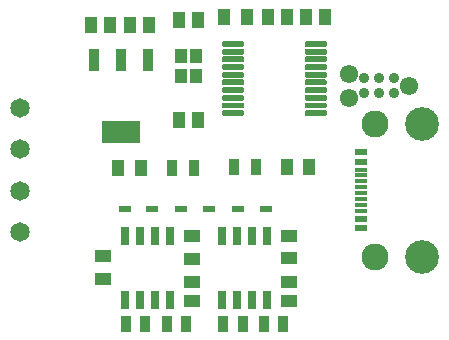
<source format=gbr>
%TF.GenerationSoftware,KiCad,Pcbnew,(5.1.12-1-g0a0a2da680)-1*%
%TF.CreationDate,2022-10-27T20:06:52+02:00*%
%TF.ProjectId,ThermoDeviceLogger,54686572-6d6f-4446-9576-6963654c6f67,rev?*%
%TF.SameCoordinates,Original*%
%TF.FileFunction,Soldermask,Top*%
%TF.FilePolarity,Negative*%
%FSLAX46Y46*%
G04 Gerber Fmt 4.6, Leading zero omitted, Abs format (unit mm)*
G04 Created by KiCad (PCBNEW (5.1.12-1-g0a0a2da680)-1) date 2022-10-27 20:06:52*
%MOMM*%
%LPD*%
G01*
G04 APERTURE LIST*
%ADD10C,2.280000*%
%ADD11C,2.850000*%
%ADD12R,1.100000X0.300000*%
%ADD13R,1.100000X0.600000*%
%ADD14R,1.020000X1.470000*%
%ADD15R,1.470000X1.020000*%
%ADD16R,1.075000X0.500000*%
%ADD17R,0.960000X1.390000*%
%ADD18R,3.200000X1.950000*%
%ADD19R,0.900000X1.950000*%
%ADD20R,0.650000X1.525000*%
%ADD21C,1.550000*%
%ADD22C,0.889000*%
%ADD23C,1.650000*%
%ADD24R,0.900000X1.400000*%
%ADD25R,1.000000X1.450000*%
%ADD26R,1.450000X1.000000*%
%ADD27R,1.000000X1.200000*%
G04 APERTURE END LIST*
D10*
%TO.C,J2*%
X118750000Y-63580000D03*
D11*
X122750000Y-63580000D03*
X122750000Y-74820000D03*
D10*
X118750000Y-74820000D03*
D12*
X117600000Y-70950000D03*
X117600000Y-69950000D03*
X117600000Y-68450000D03*
X117600000Y-67450000D03*
D13*
X117600000Y-66000000D03*
X117600000Y-66800000D03*
D12*
X117600000Y-67950000D03*
X117600000Y-68950000D03*
X117600000Y-69450000D03*
X117600000Y-70450000D03*
D13*
X117600000Y-71600000D03*
X117600000Y-72400000D03*
%TD*%
D14*
%TO.C,C1*%
X98000000Y-55250000D03*
X99600000Y-55250000D03*
%TD*%
%TO.C,C2*%
X96350000Y-55250000D03*
X94750000Y-55250000D03*
%TD*%
%TO.C,C3*%
X109700000Y-54500000D03*
X111300000Y-54500000D03*
%TD*%
%TO.C,C4*%
X114550000Y-54500000D03*
X112950000Y-54500000D03*
%TD*%
%TO.C,C5*%
X102200000Y-54750000D03*
X103800000Y-54750000D03*
%TD*%
%TO.C,C6*%
X103800000Y-63250000D03*
X102200000Y-63250000D03*
%TD*%
D15*
%TO.C,C7*%
X103250000Y-78600000D03*
X103250000Y-77000000D03*
%TD*%
%TO.C,C8*%
X111500000Y-78550000D03*
X111500000Y-76950000D03*
%TD*%
D16*
%TO.C,D1*%
X99912000Y-70750000D03*
X97588000Y-70750000D03*
%TD*%
%TO.C,D2*%
X109500000Y-70750000D03*
X107176000Y-70750000D03*
%TD*%
%TO.C,D3*%
X102382000Y-70750000D03*
X104706000Y-70750000D03*
%TD*%
D17*
%TO.C,FB1*%
X109380000Y-80500000D03*
X111000000Y-80500000D03*
%TD*%
%TO.C,FB2*%
X105940000Y-80500000D03*
X107560000Y-80500000D03*
%TD*%
D18*
%TO.C,IC1*%
X97250000Y-64300000D03*
D19*
X94950000Y-58200000D03*
X97250000Y-58200000D03*
X99550000Y-58200000D03*
%TD*%
D20*
%TO.C,IC2*%
X97595000Y-73038000D03*
X98865000Y-73038000D03*
X100135000Y-73038000D03*
X101405000Y-73038000D03*
X101405000Y-78462000D03*
X100135000Y-78462000D03*
X98865000Y-78462000D03*
X97595000Y-78462000D03*
%TD*%
%TO.C,IC3*%
X105845000Y-73038000D03*
X107115000Y-73038000D03*
X108385000Y-73038000D03*
X109655000Y-73038000D03*
X109655000Y-78462000D03*
X108385000Y-78462000D03*
X107115000Y-78462000D03*
X105845000Y-78462000D03*
%TD*%
D21*
%TO.C,J3*%
X116590000Y-59319000D03*
X116590000Y-61351000D03*
X121670000Y-60335000D03*
D22*
X117860000Y-60970000D03*
X117860000Y-59700000D03*
X119130000Y-60970000D03*
X119130000Y-59700000D03*
X120400000Y-60970000D03*
X120400000Y-59700000D03*
%TD*%
D23*
%TO.C,J1*%
X88750000Y-72750000D03*
X88750000Y-69250000D03*
X88750000Y-65750000D03*
X88750000Y-62250000D03*
%TD*%
D24*
%TO.C,LED1*%
X101550000Y-67290000D03*
X103450000Y-67290000D03*
%TD*%
%TO.C,LED2*%
X108700000Y-67250000D03*
X106800000Y-67250000D03*
%TD*%
D17*
%TO.C,LFB1*%
X101130000Y-80500000D03*
X102750000Y-80500000D03*
%TD*%
%TO.C,LFB2*%
X97690000Y-80500000D03*
X99310000Y-80500000D03*
%TD*%
D25*
%TO.C,R1*%
X106000000Y-54500000D03*
X107900000Y-54500000D03*
%TD*%
%TO.C,R2*%
X97050000Y-67290000D03*
X98950000Y-67290000D03*
%TD*%
%TO.C,R3*%
X111300000Y-67250000D03*
X113200000Y-67250000D03*
%TD*%
D26*
%TO.C,R4*%
X111500000Y-73050000D03*
X111500000Y-74950000D03*
%TD*%
%TO.C,R5*%
X95750000Y-74800000D03*
X95750000Y-76700000D03*
%TD*%
%TO.C,R6*%
X103250000Y-73100000D03*
X103250000Y-75000000D03*
%TD*%
D27*
%TO.C,Y1*%
X103650000Y-57800000D03*
X103650000Y-59500000D03*
X102350000Y-59500000D03*
X102350000Y-57800000D03*
%TD*%
%TO.C,U1*%
G36*
G01*
X112800000Y-56950000D02*
X112800000Y-56700000D01*
G75*
G02*
X112925000Y-56575000I125000J0D01*
G01*
X114575000Y-56575000D01*
G75*
G02*
X114700000Y-56700000I0J-125000D01*
G01*
X114700000Y-56950000D01*
G75*
G02*
X114575000Y-57075000I-125000J0D01*
G01*
X112925000Y-57075000D01*
G75*
G02*
X112800000Y-56950000I0J125000D01*
G01*
G37*
G36*
G01*
X112800000Y-57600000D02*
X112800000Y-57350000D01*
G75*
G02*
X112925000Y-57225000I125000J0D01*
G01*
X114575000Y-57225000D01*
G75*
G02*
X114700000Y-57350000I0J-125000D01*
G01*
X114700000Y-57600000D01*
G75*
G02*
X114575000Y-57725000I-125000J0D01*
G01*
X112925000Y-57725000D01*
G75*
G02*
X112800000Y-57600000I0J125000D01*
G01*
G37*
G36*
G01*
X112800000Y-58250000D02*
X112800000Y-58000000D01*
G75*
G02*
X112925000Y-57875000I125000J0D01*
G01*
X114575000Y-57875000D01*
G75*
G02*
X114700000Y-58000000I0J-125000D01*
G01*
X114700000Y-58250000D01*
G75*
G02*
X114575000Y-58375000I-125000J0D01*
G01*
X112925000Y-58375000D01*
G75*
G02*
X112800000Y-58250000I0J125000D01*
G01*
G37*
G36*
G01*
X112800000Y-58900000D02*
X112800000Y-58650000D01*
G75*
G02*
X112925000Y-58525000I125000J0D01*
G01*
X114575000Y-58525000D01*
G75*
G02*
X114700000Y-58650000I0J-125000D01*
G01*
X114700000Y-58900000D01*
G75*
G02*
X114575000Y-59025000I-125000J0D01*
G01*
X112925000Y-59025000D01*
G75*
G02*
X112800000Y-58900000I0J125000D01*
G01*
G37*
G36*
G01*
X112800000Y-59550000D02*
X112800000Y-59300000D01*
G75*
G02*
X112925000Y-59175000I125000J0D01*
G01*
X114575000Y-59175000D01*
G75*
G02*
X114700000Y-59300000I0J-125000D01*
G01*
X114700000Y-59550000D01*
G75*
G02*
X114575000Y-59675000I-125000J0D01*
G01*
X112925000Y-59675000D01*
G75*
G02*
X112800000Y-59550000I0J125000D01*
G01*
G37*
G36*
G01*
X112800000Y-60200000D02*
X112800000Y-59950000D01*
G75*
G02*
X112925000Y-59825000I125000J0D01*
G01*
X114575000Y-59825000D01*
G75*
G02*
X114700000Y-59950000I0J-125000D01*
G01*
X114700000Y-60200000D01*
G75*
G02*
X114575000Y-60325000I-125000J0D01*
G01*
X112925000Y-60325000D01*
G75*
G02*
X112800000Y-60200000I0J125000D01*
G01*
G37*
G36*
G01*
X112800000Y-60850000D02*
X112800000Y-60600000D01*
G75*
G02*
X112925000Y-60475000I125000J0D01*
G01*
X114575000Y-60475000D01*
G75*
G02*
X114700000Y-60600000I0J-125000D01*
G01*
X114700000Y-60850000D01*
G75*
G02*
X114575000Y-60975000I-125000J0D01*
G01*
X112925000Y-60975000D01*
G75*
G02*
X112800000Y-60850000I0J125000D01*
G01*
G37*
G36*
G01*
X112800000Y-61500000D02*
X112800000Y-61250000D01*
G75*
G02*
X112925000Y-61125000I125000J0D01*
G01*
X114575000Y-61125000D01*
G75*
G02*
X114700000Y-61250000I0J-125000D01*
G01*
X114700000Y-61500000D01*
G75*
G02*
X114575000Y-61625000I-125000J0D01*
G01*
X112925000Y-61625000D01*
G75*
G02*
X112800000Y-61500000I0J125000D01*
G01*
G37*
G36*
G01*
X112800000Y-62150000D02*
X112800000Y-61900000D01*
G75*
G02*
X112925000Y-61775000I125000J0D01*
G01*
X114575000Y-61775000D01*
G75*
G02*
X114700000Y-61900000I0J-125000D01*
G01*
X114700000Y-62150000D01*
G75*
G02*
X114575000Y-62275000I-125000J0D01*
G01*
X112925000Y-62275000D01*
G75*
G02*
X112800000Y-62150000I0J125000D01*
G01*
G37*
G36*
G01*
X112800000Y-62800000D02*
X112800000Y-62550000D01*
G75*
G02*
X112925000Y-62425000I125000J0D01*
G01*
X114575000Y-62425000D01*
G75*
G02*
X114700000Y-62550000I0J-125000D01*
G01*
X114700000Y-62800000D01*
G75*
G02*
X114575000Y-62925000I-125000J0D01*
G01*
X112925000Y-62925000D01*
G75*
G02*
X112800000Y-62800000I0J125000D01*
G01*
G37*
G36*
G01*
X105800000Y-62800000D02*
X105800000Y-62550000D01*
G75*
G02*
X105925000Y-62425000I125000J0D01*
G01*
X107575000Y-62425000D01*
G75*
G02*
X107700000Y-62550000I0J-125000D01*
G01*
X107700000Y-62800000D01*
G75*
G02*
X107575000Y-62925000I-125000J0D01*
G01*
X105925000Y-62925000D01*
G75*
G02*
X105800000Y-62800000I0J125000D01*
G01*
G37*
G36*
G01*
X105800000Y-62150000D02*
X105800000Y-61900000D01*
G75*
G02*
X105925000Y-61775000I125000J0D01*
G01*
X107575000Y-61775000D01*
G75*
G02*
X107700000Y-61900000I0J-125000D01*
G01*
X107700000Y-62150000D01*
G75*
G02*
X107575000Y-62275000I-125000J0D01*
G01*
X105925000Y-62275000D01*
G75*
G02*
X105800000Y-62150000I0J125000D01*
G01*
G37*
G36*
G01*
X105800000Y-61500000D02*
X105800000Y-61250000D01*
G75*
G02*
X105925000Y-61125000I125000J0D01*
G01*
X107575000Y-61125000D01*
G75*
G02*
X107700000Y-61250000I0J-125000D01*
G01*
X107700000Y-61500000D01*
G75*
G02*
X107575000Y-61625000I-125000J0D01*
G01*
X105925000Y-61625000D01*
G75*
G02*
X105800000Y-61500000I0J125000D01*
G01*
G37*
G36*
G01*
X105800000Y-60850000D02*
X105800000Y-60600000D01*
G75*
G02*
X105925000Y-60475000I125000J0D01*
G01*
X107575000Y-60475000D01*
G75*
G02*
X107700000Y-60600000I0J-125000D01*
G01*
X107700000Y-60850000D01*
G75*
G02*
X107575000Y-60975000I-125000J0D01*
G01*
X105925000Y-60975000D01*
G75*
G02*
X105800000Y-60850000I0J125000D01*
G01*
G37*
G36*
G01*
X105800000Y-60200000D02*
X105800000Y-59950000D01*
G75*
G02*
X105925000Y-59825000I125000J0D01*
G01*
X107575000Y-59825000D01*
G75*
G02*
X107700000Y-59950000I0J-125000D01*
G01*
X107700000Y-60200000D01*
G75*
G02*
X107575000Y-60325000I-125000J0D01*
G01*
X105925000Y-60325000D01*
G75*
G02*
X105800000Y-60200000I0J125000D01*
G01*
G37*
G36*
G01*
X105800000Y-59550000D02*
X105800000Y-59300000D01*
G75*
G02*
X105925000Y-59175000I125000J0D01*
G01*
X107575000Y-59175000D01*
G75*
G02*
X107700000Y-59300000I0J-125000D01*
G01*
X107700000Y-59550000D01*
G75*
G02*
X107575000Y-59675000I-125000J0D01*
G01*
X105925000Y-59675000D01*
G75*
G02*
X105800000Y-59550000I0J125000D01*
G01*
G37*
G36*
G01*
X105800000Y-58900000D02*
X105800000Y-58650000D01*
G75*
G02*
X105925000Y-58525000I125000J0D01*
G01*
X107575000Y-58525000D01*
G75*
G02*
X107700000Y-58650000I0J-125000D01*
G01*
X107700000Y-58900000D01*
G75*
G02*
X107575000Y-59025000I-125000J0D01*
G01*
X105925000Y-59025000D01*
G75*
G02*
X105800000Y-58900000I0J125000D01*
G01*
G37*
G36*
G01*
X105800000Y-58250000D02*
X105800000Y-58000000D01*
G75*
G02*
X105925000Y-57875000I125000J0D01*
G01*
X107575000Y-57875000D01*
G75*
G02*
X107700000Y-58000000I0J-125000D01*
G01*
X107700000Y-58250000D01*
G75*
G02*
X107575000Y-58375000I-125000J0D01*
G01*
X105925000Y-58375000D01*
G75*
G02*
X105800000Y-58250000I0J125000D01*
G01*
G37*
G36*
G01*
X105800000Y-57600000D02*
X105800000Y-57350000D01*
G75*
G02*
X105925000Y-57225000I125000J0D01*
G01*
X107575000Y-57225000D01*
G75*
G02*
X107700000Y-57350000I0J-125000D01*
G01*
X107700000Y-57600000D01*
G75*
G02*
X107575000Y-57725000I-125000J0D01*
G01*
X105925000Y-57725000D01*
G75*
G02*
X105800000Y-57600000I0J125000D01*
G01*
G37*
G36*
G01*
X105800000Y-56950000D02*
X105800000Y-56700000D01*
G75*
G02*
X105925000Y-56575000I125000J0D01*
G01*
X107575000Y-56575000D01*
G75*
G02*
X107700000Y-56700000I0J-125000D01*
G01*
X107700000Y-56950000D01*
G75*
G02*
X107575000Y-57075000I-125000J0D01*
G01*
X105925000Y-57075000D01*
G75*
G02*
X105800000Y-56950000I0J125000D01*
G01*
G37*
%TD*%
M02*

</source>
